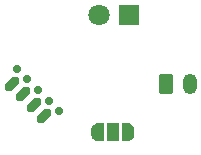
<source format=gbs>
%TF.GenerationSoftware,KiCad,Pcbnew,5.99.0-unknown-r24460-8dd23acc*%
%TF.CreationDate,2021-01-20T14:34:25+01:00*%
%TF.ProjectId,led-pedestal,6c65642d-7065-4646-9573-74616c2e6b69,rev?*%
%TF.SameCoordinates,Original*%
%TF.FileFunction,Soldermask,Bot*%
%TF.FilePolarity,Negative*%
%FSLAX46Y46*%
G04 Gerber Fmt 4.6, Leading zero omitted, Abs format (unit mm)*
G04 Created by KiCad (PCBNEW 5.99.0-unknown-r24460-8dd23acc) date 2021-01-20 14:34:25*
%MOMM*%
%LPD*%
G01*
G04 APERTURE LIST*
G04 Aperture macros list*
%AMRoundRect*
0 Rectangle with rounded corners*
0 $1 Rounding radius*
0 $2 $3 $4 $5 $6 $7 $8 $9 X,Y pos of 4 corners*
0 Add a 4 corners polygon primitive as box body*
4,1,4,$2,$3,$4,$5,$6,$7,$8,$9,$2,$3,0*
0 Add four circle primitives for the rounded corners*
1,1,$1+$1,$2,$3,0*
1,1,$1+$1,$4,$5,0*
1,1,$1+$1,$6,$7,0*
1,1,$1+$1,$8,$9,0*
0 Add four rect primitives between the rounded corners*
20,1,$1+$1,$2,$3,$4,$5,0*
20,1,$1+$1,$4,$5,$6,$7,0*
20,1,$1+$1,$6,$7,$8,$9,0*
20,1,$1+$1,$8,$9,$2,$3,0*%
%AMHorizOval*
0 Thick line with rounded ends*
0 $1 width*
0 $2 $3 position (X,Y) of the first rounded end (center of the circle)*
0 $4 $5 position (X,Y) of the second rounded end (center of the circle)*
0 Add line between two ends*
20,1,$1,$2,$3,$4,$5,0*
0 Add two circle primitives to create the rounded ends*
1,1,$1,$2,$3,0*
1,1,$1,$4,$5,0*%
G04 Aperture macros list end*
%ADD10C,0.700000*%
%ADD11HorizOval,0.800000X-0.247487X-0.247487X0.247487X0.247487X0*%
%ADD12R,1.800000X1.800000*%
%ADD13C,1.800000*%
%ADD14RoundRect,0.250000X-0.350000X-0.625000X0.350000X-0.625000X0.350000X0.625000X-0.350000X0.625000X0*%
%ADD15O,1.200000X1.750000*%
%ADD16R,1.000000X1.500000*%
G04 APERTURE END LIST*
D10*
%TO.C,J2*%
X140657013Y-100243936D03*
X143351090Y-102938013D03*
X139758987Y-99345910D03*
X141555038Y-101141962D03*
X142453064Y-102039987D03*
D11*
X139391292Y-100611631D03*
X140289317Y-101509657D03*
X141187343Y-102407683D03*
X142085369Y-103305708D03*
%TD*%
D12*
%TO.C,D2*%
X149225000Y-94743000D03*
D13*
X146685000Y-94743000D03*
%TD*%
D14*
%TO.C,BT1*%
X152400000Y-100584000D03*
D15*
X154400000Y-100584000D03*
%TD*%
%TO.C,JP1*%
G36*
X147128800Y-105448800D02*
G01*
X146578800Y-105448800D01*
X146578800Y-105443833D01*
X146498859Y-105442368D01*
X146363544Y-105400093D01*
X146245534Y-105321538D01*
X146154314Y-105213019D01*
X146097219Y-105083260D01*
X146079636Y-104948800D01*
X146078800Y-104948800D01*
X146078800Y-104448800D01*
X146079636Y-104448800D01*
X146078837Y-104442691D01*
X146100648Y-104302614D01*
X146160896Y-104174289D01*
X146254740Y-104068031D01*
X146374635Y-103992383D01*
X146510942Y-103953426D01*
X146578800Y-103953841D01*
X146578800Y-103948800D01*
X147128800Y-103948800D01*
X147128800Y-105448800D01*
G37*
D16*
X147878800Y-104698800D03*
G36*
X149178800Y-103953841D02*
G01*
X149252705Y-103954292D01*
X149388526Y-103994911D01*
X149507488Y-104072018D01*
X149600026Y-104179415D01*
X149658703Y-104308467D01*
X149678800Y-104448800D01*
X149678800Y-104948800D01*
X149678651Y-104961016D01*
X149655131Y-105100817D01*
X149593319Y-105228396D01*
X149498184Y-105333500D01*
X149377374Y-105407677D01*
X149240601Y-105444966D01*
X149178800Y-105443833D01*
X149178800Y-105448800D01*
X148628800Y-105448800D01*
X148628800Y-103948800D01*
X149178800Y-103948800D01*
X149178800Y-103953841D01*
G37*
%TD*%
M02*

</source>
